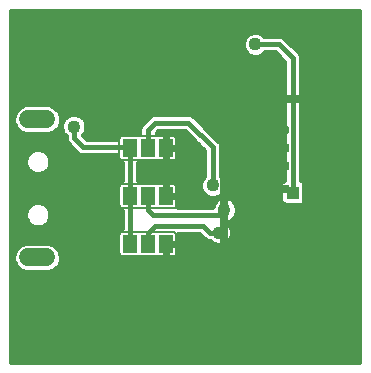
<source format=gtl>
G75*
%MOIN*%
%OFA0B0*%
%FSLAX24Y24*%
%IPPOS*%
%LPD*%
%AMOC8*
5,1,8,0,0,1.08239X$1,22.5*
%
%ADD10C,0.0591*%
%ADD11C,0.0060*%
%ADD12R,0.0460X0.0630*%
%ADD13C,0.0120*%
%ADD14R,0.0030X0.6510*%
%ADD15R,0.0030X0.0300*%
%ADD16R,0.0030X0.0270*%
%ADD17R,0.0030X0.0390*%
%ADD18R,0.0030X0.0450*%
%ADD19R,0.0030X0.0600*%
%ADD20R,0.0030X0.0240*%
%ADD21R,0.0030X0.0210*%
%ADD22R,0.0030X0.0570*%
%ADD23R,0.0030X0.0750*%
%ADD24R,0.0030X0.0630*%
%ADD25R,0.0030X0.0870*%
%ADD26R,0.0030X0.0690*%
%ADD27R,0.0030X0.0900*%
%ADD28R,0.0030X0.0930*%
%ADD29R,0.0030X0.0330*%
%ADD30R,0.0030X0.0360*%
%ADD31R,0.0030X0.0180*%
%ADD32R,0.0030X0.0120*%
%ADD33R,0.0030X0.0150*%
%ADD34R,0.0030X0.0540*%
%ADD35R,0.0030X0.1020*%
%ADD36R,0.0030X0.0660*%
%ADD37R,0.0030X0.0090*%
%ADD38R,0.0030X0.0780*%
%ADD39R,0.0030X0.0840*%
%ADD40R,0.0030X0.0720*%
%ADD41R,0.0030X0.0810*%
%ADD42R,0.0030X0.0510*%
%ADD43R,0.0030X0.0480*%
%ADD44R,0.0030X0.5370*%
%ADD45C,0.0160*%
%ADD46C,0.0436*%
%ADD47C,0.0100*%
%ADD48R,0.0436X0.0436*%
D10*
X006786Y003856D02*
X007376Y003856D01*
X007376Y008462D02*
X006786Y008462D01*
D11*
X009822Y007803D02*
X009822Y007203D01*
X009824Y007186D01*
X009828Y007169D01*
X009835Y007153D01*
X009845Y007139D01*
X009858Y007126D01*
X009872Y007116D01*
X009888Y007109D01*
X009905Y007105D01*
X009922Y007103D01*
X011622Y007103D01*
X011639Y007105D01*
X011656Y007109D01*
X011672Y007116D01*
X011686Y007126D01*
X011699Y007139D01*
X011709Y007153D01*
X011716Y007169D01*
X011720Y007186D01*
X011722Y007203D01*
X011722Y007803D01*
X011720Y007820D01*
X011716Y007837D01*
X011709Y007853D01*
X011699Y007867D01*
X011686Y007880D01*
X011672Y007890D01*
X011656Y007897D01*
X011639Y007901D01*
X011622Y007903D01*
X009922Y007903D01*
X009905Y007901D01*
X009888Y007897D01*
X009872Y007890D01*
X009858Y007880D01*
X009845Y007867D01*
X009835Y007853D01*
X009828Y007837D01*
X009824Y007820D01*
X009822Y007803D01*
X009922Y006306D02*
X011622Y006306D01*
X011639Y006304D01*
X011656Y006300D01*
X011672Y006293D01*
X011686Y006283D01*
X011699Y006270D01*
X011709Y006256D01*
X011716Y006240D01*
X011720Y006223D01*
X011722Y006206D01*
X011722Y005606D01*
X011720Y005589D01*
X011716Y005572D01*
X011709Y005556D01*
X011699Y005542D01*
X011686Y005529D01*
X011672Y005519D01*
X011656Y005512D01*
X011639Y005508D01*
X011622Y005506D01*
X009922Y005506D01*
X009905Y005508D01*
X009888Y005512D01*
X009872Y005519D01*
X009858Y005529D01*
X009845Y005542D01*
X009835Y005556D01*
X009828Y005572D01*
X009824Y005589D01*
X009822Y005606D01*
X009822Y006206D01*
X009824Y006223D01*
X009828Y006240D01*
X009835Y006256D01*
X009845Y006270D01*
X009858Y006283D01*
X009872Y006293D01*
X009888Y006300D01*
X009905Y006304D01*
X009922Y006306D01*
X009922Y004709D02*
X011622Y004709D01*
X011639Y004707D01*
X011656Y004703D01*
X011672Y004696D01*
X011686Y004686D01*
X011699Y004673D01*
X011709Y004659D01*
X011716Y004643D01*
X011720Y004626D01*
X011722Y004609D01*
X011722Y004009D01*
X011720Y003992D01*
X011716Y003975D01*
X011709Y003959D01*
X011699Y003945D01*
X011686Y003932D01*
X011672Y003922D01*
X011656Y003915D01*
X011639Y003911D01*
X011622Y003909D01*
X009922Y003909D01*
X009905Y003911D01*
X009888Y003915D01*
X009872Y003922D01*
X009858Y003932D01*
X009845Y003945D01*
X009835Y003959D01*
X009828Y003975D01*
X009824Y003992D01*
X009822Y004009D01*
X009822Y004609D01*
X009824Y004626D01*
X009828Y004643D01*
X009835Y004659D01*
X009845Y004673D01*
X009858Y004686D01*
X009872Y004696D01*
X009888Y004703D01*
X009905Y004707D01*
X009922Y004709D01*
D12*
X010172Y004309D03*
X010772Y004309D03*
X011372Y004309D03*
X011372Y005906D03*
X010772Y005906D03*
X010172Y005906D03*
X010172Y007503D03*
X010772Y007503D03*
X011372Y007503D03*
D13*
X016556Y007800D02*
X017436Y007800D01*
X017436Y007507D02*
X017436Y008094D01*
X017290Y008428D02*
X017436Y008574D01*
X017436Y008868D01*
X017290Y009015D01*
X016996Y009015D01*
X016849Y008868D01*
X016849Y008721D01*
X016996Y008428D01*
X016556Y008428D01*
X016556Y009015D01*
X016849Y009348D02*
X016556Y009642D01*
X017436Y009642D01*
X017436Y009348D02*
X017436Y009936D01*
X016556Y007800D02*
X016849Y007507D01*
X016702Y007173D02*
X017290Y006586D01*
X017436Y006733D01*
X017436Y007026D01*
X017290Y007173D01*
X016702Y007173D01*
X016556Y007026D01*
X016556Y006733D01*
X016702Y006586D01*
X017290Y006586D01*
X017290Y006252D02*
X017436Y006106D01*
X017436Y005812D01*
X017290Y005665D01*
X016702Y006252D01*
X017290Y006252D01*
X016702Y006252D02*
X016556Y006106D01*
X016556Y005812D01*
X016702Y005665D01*
X017290Y005665D01*
X017290Y005332D02*
X016702Y005332D01*
X017290Y004744D01*
X017436Y004891D01*
X017436Y005185D01*
X017290Y005332D01*
X016702Y005332D02*
X016556Y005185D01*
X016556Y004891D01*
X016702Y004744D01*
X017290Y004744D01*
X017290Y004411D02*
X016996Y004411D01*
X016996Y004117D01*
X016702Y003824D02*
X016556Y003970D01*
X016556Y004264D01*
X016702Y004411D01*
X017290Y004411D02*
X017436Y004264D01*
X017436Y003970D01*
X017290Y003824D01*
X016702Y003824D01*
X016702Y003490D02*
X016849Y003490D01*
X016996Y003343D01*
X016996Y002903D01*
X016556Y002903D02*
X016556Y003343D01*
X016702Y003490D01*
X016996Y003343D02*
X017143Y003490D01*
X017290Y003490D01*
X017436Y003343D01*
X017436Y002903D01*
X016556Y002903D01*
D14*
X016181Y006004D03*
X016151Y006004D03*
X016121Y006004D03*
X016091Y006004D03*
X016061Y006004D03*
X016031Y006004D03*
X016001Y006004D03*
X015971Y006004D03*
X015941Y006004D03*
D15*
X015311Y005569D03*
X014891Y005599D03*
X014141Y004969D03*
X014141Y004249D03*
X015311Y003709D03*
X015311Y002899D03*
X015281Y002899D03*
X015251Y002899D03*
X015221Y002899D03*
X015191Y002899D03*
X015161Y002899D03*
X015131Y002899D03*
X015101Y002899D03*
X015071Y002899D03*
X015041Y002899D03*
X015011Y002899D03*
X014981Y002899D03*
X014951Y002899D03*
X014921Y002899D03*
X014891Y002899D03*
X014861Y002899D03*
X014831Y002899D03*
X014801Y002899D03*
X014771Y002899D03*
X014741Y002899D03*
X014711Y002899D03*
X014681Y002899D03*
X014651Y002899D03*
X014621Y002899D03*
X014591Y002899D03*
X014561Y002899D03*
X014531Y002899D03*
X014501Y002899D03*
X014471Y002899D03*
X014441Y002899D03*
X014411Y002899D03*
X014381Y002899D03*
X014351Y002899D03*
X014321Y002899D03*
X014291Y002899D03*
X014261Y002899D03*
X014231Y002899D03*
X014201Y002899D03*
X014171Y002899D03*
X014141Y002899D03*
X014111Y002899D03*
X014081Y002899D03*
X014051Y002899D03*
X014021Y002899D03*
X013991Y002899D03*
X013961Y002899D03*
X013931Y002899D03*
X013901Y002899D03*
X013871Y002899D03*
X013841Y002899D03*
X013811Y002899D03*
X013781Y002899D03*
X013751Y002899D03*
X013721Y002899D03*
X013691Y002899D03*
X013661Y002899D03*
X013631Y002899D03*
X013601Y002899D03*
X013571Y002899D03*
X013541Y002899D03*
X013511Y002899D03*
X013481Y002899D03*
X015341Y002899D03*
X015371Y002899D03*
X015401Y002899D03*
X015431Y002899D03*
X015461Y002899D03*
X015491Y002899D03*
X015521Y002899D03*
X015551Y002899D03*
X015581Y002899D03*
X015611Y002899D03*
X015641Y002899D03*
X015671Y002899D03*
X015701Y002899D03*
X015731Y002899D03*
X015761Y002899D03*
X015791Y002899D03*
X015821Y002899D03*
X015851Y002899D03*
X015881Y002899D03*
X015911Y002899D03*
X015311Y007489D03*
X014501Y007789D03*
X015341Y008119D03*
D16*
X015371Y008104D03*
X015401Y008104D03*
X015431Y008104D03*
X015401Y007504D03*
X015371Y007504D03*
X015341Y007504D03*
X014471Y007804D03*
X014441Y007804D03*
X014411Y007804D03*
X014411Y009124D03*
X014381Y009124D03*
X014351Y009124D03*
X014321Y009124D03*
X014291Y009124D03*
X014261Y009124D03*
X014231Y009124D03*
X014201Y009124D03*
X014171Y009124D03*
X014141Y009124D03*
X014111Y009124D03*
X014081Y009124D03*
X014051Y009124D03*
X014021Y009124D03*
X013991Y009124D03*
X013961Y009124D03*
X013931Y009124D03*
X013901Y009124D03*
X013871Y009124D03*
X013841Y009124D03*
X013811Y009124D03*
X013781Y009124D03*
X013751Y009124D03*
X013721Y009124D03*
X013691Y009124D03*
X013661Y009124D03*
X013631Y009124D03*
X013601Y009124D03*
X013571Y009124D03*
X013541Y009124D03*
X013511Y009124D03*
X013481Y009124D03*
X013451Y009124D03*
X013421Y009124D03*
X013391Y009124D03*
X013361Y009124D03*
X013331Y009124D03*
X013301Y009124D03*
X013271Y009124D03*
X013241Y009124D03*
X013211Y009124D03*
X014441Y009124D03*
X014471Y009124D03*
X014501Y009124D03*
X014531Y009124D03*
X014561Y009124D03*
X014591Y009124D03*
X014621Y009124D03*
X014651Y009124D03*
X014681Y009124D03*
X014711Y009124D03*
X014741Y009124D03*
X014771Y009124D03*
X014801Y009124D03*
X014831Y009124D03*
X014861Y009124D03*
X014891Y009124D03*
X014921Y009124D03*
X014951Y009124D03*
X014981Y009124D03*
X015011Y009124D03*
X015041Y009124D03*
X015071Y009124D03*
X015101Y009124D03*
X015131Y009124D03*
X015161Y009124D03*
X015191Y009124D03*
X015221Y009124D03*
X015251Y009124D03*
X015281Y009124D03*
X015311Y009124D03*
X015341Y009124D03*
X015371Y009124D03*
X015401Y009124D03*
X015431Y009124D03*
X015461Y009124D03*
X015491Y009124D03*
X015521Y009124D03*
X015551Y009124D03*
X015581Y009124D03*
X015611Y009124D03*
X015641Y009124D03*
X015671Y009124D03*
X015701Y009124D03*
X015731Y009124D03*
X015761Y009124D03*
X015791Y009124D03*
X015821Y009124D03*
X015851Y009124D03*
X015881Y009124D03*
X015911Y009124D03*
X015251Y005614D03*
X015281Y005584D03*
X014921Y005614D03*
X014531Y004924D03*
X014501Y004894D03*
X014171Y004924D03*
X014501Y004384D03*
X014531Y004384D03*
X014201Y004294D03*
X014951Y004384D03*
X015281Y004294D03*
X015311Y004264D03*
X015521Y003994D03*
X015281Y003694D03*
X015251Y003664D03*
X015041Y003604D03*
X014441Y003604D03*
X014291Y003634D03*
X014171Y003694D03*
X014141Y003724D03*
D17*
X013961Y003994D03*
X015521Y005224D03*
X015101Y007504D03*
X015071Y007504D03*
X014681Y007804D03*
X015101Y008104D03*
X015131Y008104D03*
X015161Y008104D03*
X015191Y008104D03*
D18*
X014831Y005494D03*
X014591Y005014D03*
X015491Y003994D03*
D19*
X014021Y003979D03*
X014651Y005149D03*
X014771Y005359D03*
X015491Y005209D03*
D20*
X015311Y004879D03*
X015101Y004369D03*
X015071Y004369D03*
X015041Y004369D03*
X015011Y004369D03*
X014981Y004369D03*
X014921Y004399D03*
X014891Y004399D03*
X014861Y004399D03*
X014831Y004399D03*
X014801Y004399D03*
X014771Y004399D03*
X014741Y004399D03*
X014711Y004399D03*
X014681Y004399D03*
X014651Y004399D03*
X014621Y004399D03*
X014591Y004399D03*
X014561Y004399D03*
X014471Y004369D03*
X014441Y004369D03*
X014411Y004369D03*
X014381Y004369D03*
X014351Y004369D03*
X014321Y004339D03*
X014291Y004339D03*
X014261Y004339D03*
X014231Y004309D03*
X014171Y004279D03*
X014201Y003679D03*
X014231Y003649D03*
X014261Y003649D03*
X014321Y003619D03*
X014351Y003619D03*
X014381Y003619D03*
X014411Y003619D03*
X014471Y003589D03*
X014501Y003589D03*
X014531Y003589D03*
X014561Y003589D03*
X014591Y003589D03*
X014621Y003589D03*
X014651Y003589D03*
X014681Y003589D03*
X014711Y003589D03*
X014741Y003589D03*
X014771Y003589D03*
X014801Y003589D03*
X014831Y003589D03*
X014861Y003589D03*
X014891Y003589D03*
X014921Y003589D03*
X014951Y003589D03*
X014981Y003589D03*
X015011Y003589D03*
X015071Y003619D03*
X015101Y003619D03*
X015131Y003619D03*
X015161Y003619D03*
X015191Y003649D03*
X015221Y003649D03*
X015221Y004309D03*
X015251Y004309D03*
X015191Y004339D03*
X015161Y004339D03*
X015131Y004339D03*
X014471Y004879D03*
X014441Y004879D03*
X014411Y004879D03*
X014291Y004879D03*
X014261Y004879D03*
X014201Y004909D03*
X014951Y005629D03*
X014981Y005629D03*
X015011Y005659D03*
X015041Y005659D03*
X015071Y005659D03*
X015101Y005659D03*
X015131Y005659D03*
X015221Y005629D03*
X015221Y006139D03*
X015191Y006139D03*
X015161Y006139D03*
X015131Y006139D03*
X015101Y006139D03*
X015071Y006139D03*
X015041Y006139D03*
X015011Y006139D03*
X014981Y006139D03*
X014951Y006139D03*
X014921Y006139D03*
X014891Y006139D03*
X014861Y006139D03*
X014831Y006139D03*
X014801Y006139D03*
X014561Y006139D03*
X014531Y006139D03*
X014501Y006139D03*
X014471Y006139D03*
X014441Y006139D03*
X014411Y006139D03*
X014381Y006139D03*
X014351Y006139D03*
X014321Y006139D03*
X014291Y006139D03*
X014261Y006139D03*
X014231Y006139D03*
X014201Y006139D03*
X014171Y006139D03*
X014141Y006139D03*
X014111Y006139D03*
X014081Y006139D03*
X014051Y006139D03*
X014021Y006139D03*
X013991Y006139D03*
X013961Y006139D03*
X013961Y006919D03*
X013991Y006919D03*
X014021Y006919D03*
X014051Y006919D03*
X014081Y006919D03*
X014111Y006919D03*
X014141Y006919D03*
X014171Y006919D03*
X014201Y006919D03*
X014231Y006919D03*
X014261Y006919D03*
X014291Y006919D03*
X014321Y006919D03*
X014351Y006919D03*
X014381Y006919D03*
X014411Y006919D03*
X014441Y006919D03*
X014471Y006919D03*
X014501Y006919D03*
X014531Y006919D03*
X014561Y006919D03*
X014801Y006919D03*
X014831Y006919D03*
X014861Y006919D03*
X014891Y006919D03*
X014921Y006919D03*
X014951Y006919D03*
X014981Y006919D03*
X015011Y006919D03*
X015041Y006919D03*
X015071Y006919D03*
X015101Y006919D03*
X015131Y006919D03*
X015161Y006919D03*
X015191Y006919D03*
X015221Y006919D03*
X015251Y006919D03*
X015281Y006919D03*
X015311Y006919D03*
X015341Y006919D03*
X015371Y006919D03*
X015401Y006919D03*
X015431Y006919D03*
X015461Y006919D03*
X015491Y006919D03*
X015491Y007489D03*
X015461Y007489D03*
X015431Y007489D03*
X015461Y008119D03*
X014921Y008239D03*
X014771Y008269D03*
X014651Y008299D03*
X014501Y008329D03*
X014351Y008359D03*
X014231Y008389D03*
X014201Y008389D03*
X014081Y008419D03*
X014051Y008419D03*
X013961Y008449D03*
X013931Y008449D03*
X013811Y008479D03*
X013781Y008479D03*
X013661Y008509D03*
X013631Y008509D03*
X013541Y008539D03*
X013511Y008539D03*
X013481Y008539D03*
X013391Y008569D03*
X013361Y008569D03*
X013331Y008569D03*
X013271Y008599D03*
X013241Y008599D03*
X013211Y008599D03*
X013121Y008629D03*
X013091Y008629D03*
X013061Y008629D03*
X012971Y008659D03*
X012941Y008659D03*
X012911Y008659D03*
X012851Y008689D03*
X012821Y008689D03*
X013991Y007279D03*
X014021Y007279D03*
X014051Y007279D03*
X014081Y007279D03*
X014111Y007279D03*
X014261Y007309D03*
X014291Y007309D03*
X014321Y007309D03*
X014501Y007339D03*
X015251Y006139D03*
X015281Y006139D03*
X015311Y006139D03*
X015341Y006139D03*
X015371Y006139D03*
X015401Y006139D03*
X015431Y006139D03*
X015461Y006139D03*
X015491Y006139D03*
D21*
X015191Y005644D03*
X015161Y005644D03*
X014141Y005584D03*
X013931Y005284D03*
X014231Y004894D03*
X014321Y004864D03*
X014351Y004864D03*
X014381Y004864D03*
X014231Y007294D03*
X014201Y007294D03*
X014171Y007294D03*
X014141Y007294D03*
X013961Y007264D03*
X014351Y007324D03*
X014381Y007324D03*
X014411Y007324D03*
X014441Y007324D03*
X014471Y007324D03*
X014531Y007354D03*
X014561Y007354D03*
X014591Y007354D03*
X014621Y007354D03*
X014651Y007354D03*
X014681Y007354D03*
X014711Y007354D03*
X014741Y007384D03*
X014771Y007384D03*
X014801Y007384D03*
X014831Y007384D03*
X014861Y007384D03*
X014891Y007384D03*
X014921Y007384D03*
X015011Y007414D03*
X015041Y007414D03*
X014771Y007684D03*
X014381Y007804D03*
X014531Y008314D03*
X014561Y008314D03*
X014591Y008314D03*
X014621Y008314D03*
X014681Y008284D03*
X014711Y008284D03*
X014741Y008284D03*
X014801Y008254D03*
X014831Y008254D03*
X014861Y008254D03*
X014891Y008254D03*
X014951Y008224D03*
X014981Y008224D03*
X015011Y008224D03*
X015041Y008224D03*
X015071Y008194D03*
X015491Y008104D03*
X014471Y008344D03*
X014441Y008344D03*
X014411Y008344D03*
X014381Y008344D03*
X014321Y008374D03*
X014291Y008374D03*
X014261Y008374D03*
X014171Y008404D03*
X014141Y008404D03*
X014111Y008404D03*
X014021Y008434D03*
X013991Y008434D03*
X013901Y008464D03*
X013871Y008464D03*
X013841Y008464D03*
X013751Y008494D03*
X013721Y008494D03*
X013691Y008494D03*
X013601Y008524D03*
X013571Y008524D03*
X013451Y008554D03*
X013421Y008554D03*
X013301Y008584D03*
X013181Y008614D03*
X013151Y008614D03*
X013031Y008644D03*
X013001Y008644D03*
X012881Y008674D03*
D22*
X015461Y003994D03*
D23*
X015371Y003994D03*
X015461Y005194D03*
X014021Y005314D03*
D24*
X013991Y005314D03*
X015431Y003994D03*
D25*
X015431Y005194D03*
D26*
X015401Y003994D03*
D27*
X015401Y005209D03*
D28*
X015371Y005224D03*
D29*
X014861Y005554D03*
X014561Y004954D03*
X015341Y004234D03*
X015341Y003754D03*
X015281Y007504D03*
X015251Y007504D03*
X015221Y007504D03*
X015191Y007504D03*
X015161Y007504D03*
X014621Y007804D03*
X014591Y007804D03*
X014561Y007804D03*
X014531Y007804D03*
X015221Y008104D03*
X015251Y008104D03*
X015281Y008104D03*
X015311Y008104D03*
D30*
X014651Y007789D03*
X015131Y007519D03*
X015341Y005509D03*
X015341Y004939D03*
D31*
X015281Y004849D03*
X013931Y003979D03*
X014951Y007399D03*
X014981Y007399D03*
X014981Y007639D03*
X014951Y007639D03*
X014921Y007639D03*
X014891Y007669D03*
X014861Y007669D03*
X014831Y007669D03*
X014801Y007669D03*
X014741Y007699D03*
X014711Y007699D03*
X015011Y007639D03*
X014921Y007939D03*
X014891Y007939D03*
X014861Y007939D03*
X014831Y007939D03*
X014771Y007909D03*
X014741Y007909D03*
X014711Y007909D03*
X014951Y007969D03*
X014981Y007969D03*
X015011Y007969D03*
X015041Y007969D03*
D32*
X015251Y004819D03*
D33*
X014171Y005614D03*
X015041Y007624D03*
X014801Y007924D03*
X015071Y007984D03*
D34*
X014801Y005419D03*
X014621Y005089D03*
D35*
X014621Y006529D03*
X014591Y006529D03*
X014651Y006529D03*
X014681Y006529D03*
X014711Y006529D03*
X014741Y006529D03*
X014771Y006529D03*
D36*
X014741Y005299D03*
X014711Y005239D03*
X014681Y005209D03*
X014051Y003979D03*
D37*
X014201Y005644D03*
D38*
X014051Y005299D03*
X014111Y003979D03*
D39*
X014111Y005269D03*
D40*
X014081Y003979D03*
D41*
X014081Y005284D03*
D42*
X013991Y003994D03*
D43*
X013961Y005299D03*
D44*
X013451Y005434D03*
X013421Y005434D03*
X013391Y005434D03*
X013361Y005434D03*
X013331Y005434D03*
X013301Y005434D03*
X013271Y005434D03*
X013241Y005434D03*
X013211Y005434D03*
D45*
X017827Y000380D02*
X006219Y000380D01*
X006219Y012067D01*
X017827Y012067D01*
X017827Y000380D01*
X017827Y000497D02*
X006219Y000497D01*
X006219Y000656D02*
X017827Y000656D01*
X017827Y000814D02*
X006219Y000814D01*
X006219Y000973D02*
X017827Y000973D01*
X017827Y001131D02*
X006219Y001131D01*
X006219Y001290D02*
X017827Y001290D01*
X017827Y001448D02*
X006219Y001448D01*
X006219Y001607D02*
X017827Y001607D01*
X017827Y001765D02*
X006219Y001765D01*
X006219Y001924D02*
X017827Y001924D01*
X017827Y002082D02*
X006219Y002082D01*
X006219Y002241D02*
X017827Y002241D01*
X017827Y002399D02*
X006219Y002399D01*
X006219Y002558D02*
X017827Y002558D01*
X017827Y002716D02*
X006219Y002716D01*
X006219Y002875D02*
X017827Y002875D01*
X017827Y003033D02*
X006219Y003033D01*
X006219Y003192D02*
X017827Y003192D01*
X017827Y003350D02*
X006219Y003350D01*
X006219Y003509D02*
X006433Y003509D01*
X006366Y003576D02*
X006505Y003436D01*
X006687Y003361D01*
X007475Y003361D01*
X007657Y003436D01*
X007796Y003576D01*
X007871Y003758D01*
X007871Y003955D01*
X007796Y004137D01*
X007657Y004276D01*
X007475Y004351D01*
X006687Y004351D01*
X006505Y004276D01*
X006366Y004137D01*
X006290Y003955D01*
X006290Y003758D01*
X006366Y003576D01*
X006328Y003667D02*
X006219Y003667D01*
X006219Y003826D02*
X006290Y003826D01*
X006303Y003984D02*
X006219Y003984D01*
X006219Y004143D02*
X006372Y004143D01*
X006219Y004301D02*
X006566Y004301D01*
X006219Y004460D02*
X009742Y004460D01*
X009742Y004301D02*
X007596Y004301D01*
X007790Y004143D02*
X009742Y004143D01*
X009742Y003984D02*
X007859Y003984D01*
X007871Y003826D02*
X009828Y003826D01*
X009860Y003794D02*
X011085Y003794D01*
X011108Y003817D01*
X011119Y003814D01*
X011337Y003814D01*
X011337Y004274D01*
X011407Y004274D01*
X011407Y003814D01*
X011626Y003814D01*
X011672Y003826D01*
X011713Y003850D01*
X011746Y003883D01*
X011770Y003924D01*
X011782Y003970D01*
X011782Y004274D01*
X011407Y004274D01*
X011407Y004344D01*
X011782Y004344D01*
X011782Y004640D01*
X012486Y004640D01*
X012680Y004447D01*
X012782Y004404D01*
X012842Y004404D01*
X012916Y004330D01*
X013070Y004266D01*
X013236Y004266D01*
X013390Y004330D01*
X013507Y004447D01*
X013571Y004601D01*
X013571Y004767D01*
X013507Y004921D01*
X013406Y005022D01*
X013409Y005022D01*
X013563Y005086D01*
X013680Y005203D01*
X013744Y005357D01*
X013744Y005523D01*
X013680Y005677D01*
X013563Y005794D01*
X013409Y005858D01*
X013243Y005858D01*
X013090Y005794D01*
X012972Y005677D01*
X012918Y005547D01*
X011777Y005547D01*
X011782Y005567D01*
X011782Y005871D01*
X011407Y005871D01*
X011407Y005941D01*
X011337Y005941D01*
X011337Y006401D01*
X011119Y006401D01*
X011108Y006398D01*
X011085Y006421D01*
X010459Y006421D01*
X010459Y006988D01*
X011085Y006988D01*
X011108Y007011D01*
X011119Y007008D01*
X011337Y007008D01*
X011337Y007468D01*
X011407Y007468D01*
X011407Y007008D01*
X011626Y007008D01*
X011672Y007020D01*
X011713Y007044D01*
X011746Y007077D01*
X011770Y007118D01*
X011782Y007164D01*
X011782Y007468D01*
X011407Y007468D01*
X011407Y007538D01*
X011337Y007538D01*
X011337Y007998D01*
X011119Y007998D01*
X011108Y007995D01*
X011085Y008018D01*
X011072Y008018D01*
X011127Y008073D01*
X011998Y008073D01*
X012653Y007418D01*
X012653Y006570D01*
X012578Y006495D01*
X012515Y006342D01*
X012515Y006176D01*
X012578Y006022D01*
X012696Y005905D01*
X012849Y005841D01*
X013016Y005841D01*
X013169Y005905D01*
X013287Y006022D01*
X013350Y006176D01*
X013350Y006342D01*
X013287Y006495D01*
X013213Y006570D01*
X013213Y007590D01*
X013170Y007693D01*
X013091Y007772D01*
X012272Y008591D01*
X012169Y008633D01*
X010956Y008633D01*
X010853Y008591D01*
X010774Y008512D01*
X010535Y008273D01*
X010492Y008170D01*
X010492Y008018D01*
X009860Y008018D01*
X009742Y007901D01*
X009742Y007820D01*
X008730Y007820D01*
X008615Y007935D01*
X008663Y007983D01*
X008726Y008136D01*
X008726Y008302D01*
X008663Y008456D01*
X008545Y008573D01*
X008392Y008637D01*
X008225Y008637D01*
X008072Y008573D01*
X007954Y008456D01*
X007891Y008302D01*
X007891Y008136D01*
X007954Y007983D01*
X008029Y007908D01*
X008029Y007790D01*
X008071Y007687D01*
X008150Y007608D01*
X008455Y007303D01*
X008558Y007260D01*
X009742Y007260D01*
X009742Y007105D01*
X009860Y006988D01*
X009899Y006988D01*
X009899Y006421D01*
X009860Y006421D01*
X009742Y006304D01*
X009742Y005508D01*
X009860Y005391D01*
X009899Y005391D01*
X009899Y004824D01*
X009860Y004824D01*
X009742Y004707D01*
X009742Y003911D01*
X009860Y003794D01*
X010172Y004309D02*
X010179Y004316D01*
X010179Y005780D01*
X010172Y005906D02*
X010179Y005913D01*
X010179Y007380D01*
X010019Y007540D02*
X008614Y007540D01*
X008309Y007845D01*
X008309Y008219D01*
X008726Y008264D02*
X010531Y008264D01*
X010492Y008105D02*
X008713Y008105D01*
X008627Y007947D02*
X009788Y007947D01*
X010772Y008114D02*
X010772Y007503D01*
X011337Y007630D02*
X011407Y007630D01*
X011407Y007538D02*
X011407Y007998D01*
X011626Y007998D01*
X011672Y007986D01*
X011713Y007962D01*
X011746Y007928D01*
X011770Y007887D01*
X011782Y007842D01*
X011782Y007538D01*
X011407Y007538D01*
X011407Y007471D02*
X012600Y007471D01*
X012441Y007630D02*
X011782Y007630D01*
X011782Y007788D02*
X012283Y007788D01*
X012124Y007947D02*
X011728Y007947D01*
X011407Y007947D02*
X011337Y007947D01*
X011337Y007788D02*
X011407Y007788D01*
X011407Y007313D02*
X011337Y007313D01*
X011337Y007154D02*
X011407Y007154D01*
X011093Y006996D02*
X012653Y006996D01*
X012653Y007154D02*
X011780Y007154D01*
X011782Y007313D02*
X012653Y007313D01*
X012933Y007534D02*
X012933Y006259D01*
X013262Y006520D02*
X015319Y006520D01*
X015319Y006438D02*
X015299Y006438D01*
X015181Y006321D01*
X015181Y005719D01*
X015299Y005602D01*
X015900Y005602D01*
X016017Y005719D01*
X016017Y006321D01*
X015900Y006438D01*
X015879Y006438D01*
X015879Y010556D01*
X015837Y010659D01*
X015288Y011207D01*
X015185Y011250D01*
X014650Y011250D01*
X014586Y011314D01*
X014432Y011378D01*
X014266Y011378D01*
X014113Y011314D01*
X013995Y011197D01*
X013931Y011043D01*
X013931Y010877D01*
X013995Y010723D01*
X014113Y010606D01*
X014266Y010542D01*
X014432Y010542D01*
X014586Y010606D01*
X014670Y010690D01*
X015013Y010690D01*
X015319Y010384D01*
X015319Y006438D01*
X015222Y006362D02*
X013342Y006362D01*
X013350Y006203D02*
X015181Y006203D01*
X015181Y006045D02*
X013296Y006045D01*
X013124Y005886D02*
X015181Y005886D01*
X015181Y005728D02*
X013629Y005728D01*
X013725Y005569D02*
X017827Y005569D01*
X017827Y005411D02*
X013744Y005411D01*
X013701Y005252D02*
X017827Y005252D01*
X017827Y005094D02*
X013571Y005094D01*
X013493Y004935D02*
X017827Y004935D01*
X017827Y004777D02*
X013567Y004777D01*
X013571Y004618D02*
X017827Y004618D01*
X017827Y004460D02*
X013512Y004460D01*
X013320Y004301D02*
X017827Y004301D01*
X017827Y004143D02*
X011782Y004143D01*
X011782Y003984D02*
X017827Y003984D01*
X017827Y003826D02*
X011670Y003826D01*
X011407Y003826D02*
X011337Y003826D01*
X011337Y003984D02*
X011407Y003984D01*
X011407Y004143D02*
X011337Y004143D01*
X011407Y004301D02*
X012986Y004301D01*
X012667Y004460D02*
X011782Y004460D01*
X011782Y004618D02*
X012508Y004618D01*
X012602Y004920D02*
X011027Y004920D01*
X010775Y004668D01*
X010775Y004312D01*
X010772Y004309D01*
X009812Y004777D02*
X006219Y004777D01*
X006219Y004935D02*
X006858Y004935D01*
X006873Y004920D02*
X007026Y004857D01*
X007191Y004857D01*
X007344Y004920D01*
X007462Y005037D01*
X007525Y005191D01*
X007525Y005356D01*
X007462Y005509D01*
X007344Y005627D01*
X007191Y005690D01*
X007026Y005690D01*
X006873Y005627D01*
X006755Y005509D01*
X006692Y005356D01*
X006692Y005191D01*
X006755Y005037D01*
X006873Y004920D01*
X006732Y005094D02*
X006219Y005094D01*
X006219Y005252D02*
X006692Y005252D01*
X006714Y005411D02*
X006219Y005411D01*
X006219Y005569D02*
X006815Y005569D01*
X007402Y005569D02*
X009742Y005569D01*
X009840Y005411D02*
X007503Y005411D01*
X007525Y005252D02*
X009899Y005252D01*
X009899Y005094D02*
X007485Y005094D01*
X007359Y004935D02*
X009899Y004935D01*
X009742Y004618D02*
X006219Y004618D01*
X006219Y005728D02*
X009742Y005728D01*
X009742Y005886D02*
X006219Y005886D01*
X006219Y006045D02*
X009742Y006045D01*
X009742Y006203D02*
X006219Y006203D01*
X006219Y006362D02*
X009800Y006362D01*
X009899Y006520D02*
X006219Y006520D01*
X006219Y006679D02*
X006905Y006679D01*
X006873Y006692D02*
X007026Y006629D01*
X007191Y006629D01*
X007344Y006692D01*
X007462Y006809D01*
X007525Y006962D01*
X007525Y007128D01*
X007462Y007281D01*
X007344Y007398D01*
X007191Y007462D01*
X007026Y007462D01*
X006873Y007398D01*
X006755Y007281D01*
X006692Y007128D01*
X006692Y006962D01*
X006755Y006809D01*
X006873Y006692D01*
X006744Y006837D02*
X006219Y006837D01*
X006219Y006996D02*
X006692Y006996D01*
X006703Y007154D02*
X006219Y007154D01*
X006219Y007313D02*
X006787Y007313D01*
X007430Y007313D02*
X008445Y007313D01*
X008287Y007471D02*
X006219Y007471D01*
X006219Y007630D02*
X008128Y007630D01*
X008029Y007788D02*
X006219Y007788D01*
X006219Y007947D02*
X007990Y007947D01*
X007904Y008105D02*
X007719Y008105D01*
X007657Y008042D02*
X007796Y008182D01*
X007871Y008364D01*
X007871Y008561D01*
X007796Y008743D01*
X007657Y008882D01*
X007475Y008958D01*
X006687Y008958D01*
X006505Y008882D01*
X006366Y008743D01*
X006290Y008561D01*
X006290Y008364D01*
X006366Y008182D01*
X006505Y008042D01*
X006687Y007967D01*
X007475Y007967D01*
X007657Y008042D01*
X007830Y008264D02*
X007891Y008264D01*
X007871Y008422D02*
X007940Y008422D01*
X007863Y008581D02*
X008089Y008581D01*
X007798Y008739D02*
X015319Y008739D01*
X015319Y008898D02*
X007620Y008898D01*
X008528Y008581D02*
X010843Y008581D01*
X010684Y008422D02*
X008677Y008422D01*
X009742Y007154D02*
X007514Y007154D01*
X007525Y006996D02*
X009852Y006996D01*
X009899Y006837D02*
X007473Y006837D01*
X007312Y006679D02*
X009899Y006679D01*
X010459Y006679D02*
X012653Y006679D01*
X012653Y006837D02*
X010459Y006837D01*
X010459Y006520D02*
X012603Y006520D01*
X012523Y006362D02*
X011716Y006362D01*
X011713Y006365D02*
X011672Y006389D01*
X011626Y006401D01*
X011407Y006401D01*
X011407Y005941D01*
X011782Y005941D01*
X011782Y006245D01*
X011770Y006290D01*
X011746Y006331D01*
X011713Y006365D01*
X011407Y006362D02*
X011337Y006362D01*
X011337Y006203D02*
X011407Y006203D01*
X011407Y006045D02*
X011337Y006045D01*
X011407Y005886D02*
X012741Y005886D01*
X012569Y006045D02*
X011782Y006045D01*
X011782Y006203D02*
X012515Y006203D01*
X013023Y005728D02*
X011782Y005728D01*
X011782Y005569D02*
X012928Y005569D01*
X013153Y005267D02*
X013326Y005440D01*
X013153Y005267D02*
X010948Y005267D01*
X010772Y005442D01*
X010772Y005906D01*
X012602Y004920D02*
X012838Y004684D01*
X013153Y004684D01*
X015599Y006020D02*
X015599Y010500D01*
X015129Y010970D01*
X014359Y010970D01*
X014349Y010960D01*
X013931Y010958D02*
X006219Y010958D01*
X006219Y011117D02*
X013962Y011117D01*
X014073Y011275D02*
X006219Y011275D01*
X006219Y011434D02*
X017827Y011434D01*
X017827Y011275D02*
X014625Y011275D01*
X015379Y011117D02*
X017827Y011117D01*
X017827Y010958D02*
X015537Y010958D01*
X015696Y010800D02*
X017827Y010800D01*
X017827Y010641D02*
X015844Y010641D01*
X015879Y010483D02*
X017827Y010483D01*
X017827Y010324D02*
X015879Y010324D01*
X015879Y010166D02*
X017827Y010166D01*
X017827Y010007D02*
X015879Y010007D01*
X015879Y009849D02*
X017827Y009849D01*
X017827Y009690D02*
X015879Y009690D01*
X015879Y009532D02*
X017827Y009532D01*
X017827Y009373D02*
X015879Y009373D01*
X015879Y009215D02*
X017827Y009215D01*
X017827Y009056D02*
X015879Y009056D01*
X015879Y008898D02*
X017827Y008898D01*
X017827Y008739D02*
X015879Y008739D01*
X015879Y008581D02*
X017827Y008581D01*
X017827Y008422D02*
X015879Y008422D01*
X015879Y008264D02*
X017827Y008264D01*
X017827Y008105D02*
X015879Y008105D01*
X015879Y007947D02*
X017827Y007947D01*
X017827Y007788D02*
X015879Y007788D01*
X015879Y007630D02*
X017827Y007630D01*
X017827Y007471D02*
X015879Y007471D01*
X015879Y007313D02*
X017827Y007313D01*
X017827Y007154D02*
X015879Y007154D01*
X015879Y006996D02*
X017827Y006996D01*
X017827Y006837D02*
X015879Y006837D01*
X015879Y006679D02*
X017827Y006679D01*
X017827Y006520D02*
X015879Y006520D01*
X015976Y006362D02*
X017827Y006362D01*
X017827Y006203D02*
X016017Y006203D01*
X016017Y006045D02*
X017827Y006045D01*
X017827Y005886D02*
X016017Y005886D01*
X016017Y005728D02*
X017827Y005728D01*
X015319Y006679D02*
X013213Y006679D01*
X013213Y006837D02*
X015319Y006837D01*
X015319Y006996D02*
X013213Y006996D01*
X013213Y007154D02*
X015319Y007154D01*
X015319Y007313D02*
X013213Y007313D01*
X013213Y007471D02*
X015319Y007471D01*
X015319Y007630D02*
X013196Y007630D01*
X013075Y007788D02*
X015319Y007788D01*
X015319Y007947D02*
X012916Y007947D01*
X012758Y008105D02*
X015319Y008105D01*
X015319Y008264D02*
X012599Y008264D01*
X012441Y008422D02*
X015319Y008422D01*
X015319Y008581D02*
X012282Y008581D01*
X012114Y008353D02*
X012933Y007534D01*
X012114Y008353D02*
X011011Y008353D01*
X010772Y008114D01*
X013899Y009280D02*
X014339Y009720D01*
X014339Y010320D01*
X014077Y010641D02*
X006219Y010641D01*
X006219Y010483D02*
X015221Y010483D01*
X015062Y010641D02*
X014621Y010641D01*
X013963Y010800D02*
X006219Y010800D01*
X006219Y010324D02*
X015319Y010324D01*
X015319Y010166D02*
X006219Y010166D01*
X006219Y010007D02*
X015319Y010007D01*
X015319Y009849D02*
X006219Y009849D01*
X006219Y009690D02*
X015319Y009690D01*
X015319Y009532D02*
X006219Y009532D01*
X006219Y009373D02*
X015319Y009373D01*
X015319Y009215D02*
X006219Y009215D01*
X006219Y009056D02*
X015319Y009056D01*
X017827Y011592D02*
X006219Y011592D01*
X006219Y011751D02*
X017827Y011751D01*
X017827Y011909D02*
X006219Y011909D01*
X006219Y008898D02*
X006542Y008898D01*
X006364Y008739D02*
X006219Y008739D01*
X006219Y008581D02*
X006299Y008581D01*
X006290Y008422D02*
X006219Y008422D01*
X006219Y008264D02*
X006332Y008264D01*
X006443Y008105D02*
X006219Y008105D01*
X007834Y003667D02*
X017827Y003667D01*
X017827Y003509D02*
X007729Y003509D01*
D46*
X012933Y006259D03*
X013326Y005440D03*
X013153Y004684D03*
X008309Y008219D03*
X008589Y009090D03*
X013899Y009280D03*
X014339Y010320D03*
X014349Y010960D03*
D47*
X010172Y007503D02*
X010019Y007540D01*
X010172Y007503D02*
X010179Y007380D01*
X010179Y005940D02*
X010172Y005906D01*
X010179Y005780D01*
X010179Y004340D02*
X010172Y004309D01*
D48*
X015599Y006020D03*
M02*

</source>
